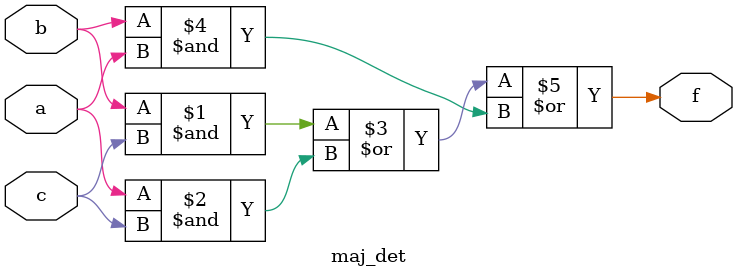
<source format=v>
module maj_det(a,b,c,f);
input a,b,c;
output f;

assign f = ((b&c) | (a&c) | (b&a));
endmodule

</source>
